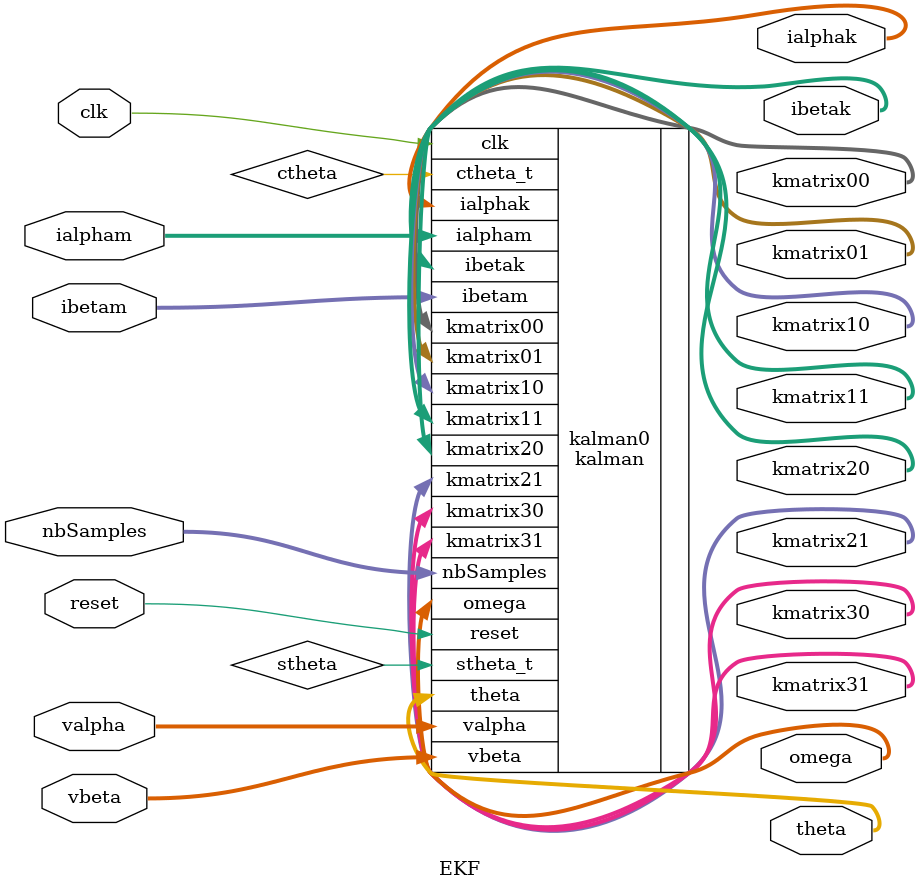
<source format=v>


//NbSamples is an additional delay in the main loop for testing. The alorithm takes 79 clock cycles, nbSamples represent "do nothing" cycles in between each update.
//The sampling time must be set accordingly
module EKF(
	input signed [31:0] valpha,vbeta,ialpham,ibetam,
	input [31:0] nbSamples,
	input clk,reset,
	output signed [31:0] omega,theta,
	output signed [31:0] ialphak,ibetak,kmatrix00,kmatrix01,kmatrix10,kmatrix11,kmatrix20,kmatrix21,kmatrix30,kmatrix31
	);
	
	
  parameter sf = 2**18;
  parameter N=32;
  parameter Q=18;

  
  


  
  
 
  kalman kalman0(.valpha(valpha),.vbeta(vbeta),.ialpham(ialpham),.ibetam(ibetam),.ctheta_t(ctheta),.stheta_t(stheta),.clk(clk),.reset(reset),.omega(omega),.theta(theta),.nbSamples(nbSamples),
  	.ialphak(ialphak),
  	.ibetak(ibetak),
  	.kmatrix00(kmatrix00),
  	.kmatrix01(kmatrix01),
  	.kmatrix10(kmatrix10),
  	.kmatrix11(kmatrix11),
  	.kmatrix20(kmatrix20),
  	.kmatrix21(kmatrix21),
  	.kmatrix30(kmatrix30),
  	.kmatrix31(kmatrix31)

  	);
  
  
  
endmodule
</source>
